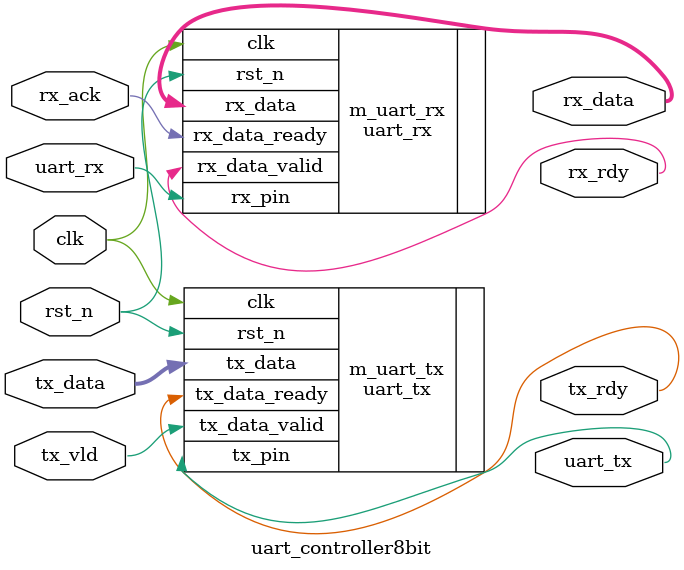
<source format=v>
module uart_controller8bit #(
	parameter		CLK_FRE				=	50,		// 50MHz
					BAUD_RATE			=	115200,	// 115200Hz
	localparam		TX_DATA_BYTE_WIDTH	=	1,		// 1 bytes to transmit
					RX_DATA_BYTE_WIDTH	=	1		// 1 bytes to receive
	`define			TX_DATA_BIT_WIDTH	(TX_DATA_BYTE_WIDTH << 3)
	`define			RX_DATA_BIT_WIDTH	(RX_DATA_BYTE_WIDTH << 3)
) (
	input									clk			,
	input									rst_n		,
	input									uart_rx		,
	output									uart_tx		,

	// inner data
	input		[`TX_DATA_BIT_WIDTH - 1:0]	tx_data		,		// data
	input									tx_vld		,		// start the transmit process
	output									tx_rdy		,		// transmit process complete
	output		[`RX_DATA_BIT_WIDTH - 1:0]	rx_data		,		// data
	input									rx_ack		,		// data is received by receiver buffer					(RX_WAIT)
	output									rx_rdy				// send signal to receiver buffer that data is ready
);

	// uart_rx
	uart_rx #(
		.CLK_FRE(CLK_FRE),
		.BAUD_RATE(BAUD_RATE)
	) m_uart_rx (
		.clk						(clk			),
		.rst_n						(rst_n			),
		.rx_data					(rx_data		),		// wire [7:0]
		.rx_data_valid				(rx_rdy			),
		.rx_data_ready				(rx_ack			),
		.rx_pin						(uart_rx		)
	);

	// uart_tx
	uart_tx # (
		.CLK_FRE(CLK_FRE),
		.BAUD_RATE(BAUD_RATE)
	) m_uart_tx (
		.clk						(clk			),
		.rst_n						(rst_n			),
		.tx_data					(tx_data		),		// wire [7:0]
		.tx_data_valid				(tx_vld			),
		.tx_data_ready				(tx_rdy			),
		.tx_pin						(uart_tx		)
	);

endmodule

</source>
